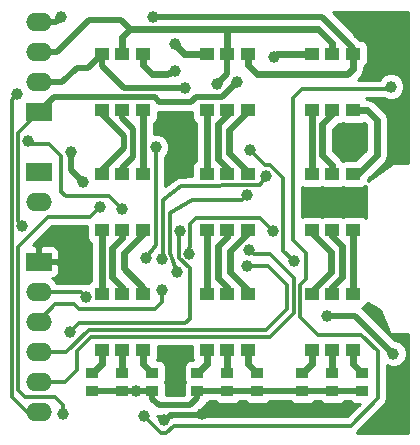
<source format=gtl>
G04 (created by PCBNEW (2013-mar-30)-stable) date Wed 05 Jun 2013 10:13:46 PM CEST*
%MOIN*%
G04 Gerber Fmt 3.4, Leading zero omitted, Abs format*
%FSLAX34Y34*%
G01*
G70*
G90*
G04 APERTURE LIST*
%ADD10C,0.006*%
%ADD11R,0.0394X0.0354*%
%ADD12R,0.0512X0.0413*%
%ADD13R,0.0866X0.06*%
%ADD14O,0.0866X0.06*%
%ADD15C,0.0393701*%
%ADD16C,0.011811*%
%ADD17C,0.019685*%
%ADD18C,0.015748*%
%ADD19C,0.023622*%
%ADD20C,0.01*%
G04 APERTURE END LIST*
G54D10*
G54D11*
X27287Y-31796D03*
X27287Y-31204D03*
X24787Y-31796D03*
X24787Y-31204D03*
X23787Y-31796D03*
X23787Y-31204D03*
X25787Y-31796D03*
X25787Y-31204D03*
X22287Y-31796D03*
X22287Y-31204D03*
X21287Y-31796D03*
X21287Y-31204D03*
X20275Y-31792D03*
X20275Y-31200D03*
X28287Y-31796D03*
X28287Y-31204D03*
X29287Y-31796D03*
X29287Y-31204D03*
G54D12*
X25476Y-20565D03*
X24098Y-20565D03*
X24787Y-20565D03*
X24787Y-22435D03*
X24098Y-22435D03*
X25476Y-22435D03*
X28976Y-20565D03*
X27598Y-20565D03*
X28287Y-20565D03*
X28287Y-22435D03*
X27598Y-22435D03*
X28976Y-22435D03*
X28976Y-24565D03*
X27598Y-24565D03*
X28287Y-24565D03*
X28287Y-26435D03*
X27598Y-26435D03*
X28976Y-26435D03*
X28976Y-28565D03*
X27598Y-28565D03*
X28287Y-28565D03*
X28287Y-30435D03*
X27598Y-30435D03*
X28976Y-30435D03*
X25476Y-28565D03*
X24098Y-28565D03*
X24787Y-28565D03*
X24787Y-30435D03*
X24098Y-30435D03*
X25476Y-30435D03*
X21976Y-20565D03*
X20598Y-20565D03*
X21287Y-20565D03*
X21287Y-22435D03*
X20598Y-22435D03*
X21976Y-22435D03*
X21976Y-24565D03*
X20598Y-24565D03*
X21287Y-24565D03*
X21287Y-26435D03*
X20598Y-26435D03*
X21976Y-26435D03*
X21976Y-28565D03*
X20598Y-28565D03*
X21287Y-28565D03*
X21287Y-30435D03*
X20598Y-30435D03*
X21976Y-30435D03*
X25476Y-24565D03*
X24098Y-24565D03*
X24787Y-24565D03*
X24787Y-26435D03*
X24098Y-26435D03*
X25476Y-26435D03*
G54D13*
X18500Y-24500D03*
G54D14*
X18500Y-25500D03*
G54D13*
X18500Y-22500D03*
G54D14*
X18500Y-21500D03*
X18500Y-20500D03*
X18500Y-19500D03*
G54D13*
X18500Y-27500D03*
G54D14*
X18500Y-28500D03*
X18500Y-29500D03*
X18500Y-30500D03*
X18500Y-31500D03*
X18500Y-32500D03*
G54D15*
X22403Y-23672D03*
X22086Y-27362D03*
X22598Y-28425D03*
X21279Y-25748D03*
X18129Y-23464D03*
X17775Y-21909D03*
X25511Y-27086D03*
X25433Y-27637D03*
X20078Y-28661D03*
X19311Y-32578D03*
X20531Y-25669D03*
X19547Y-29842D03*
X23208Y-26456D03*
X27007Y-27480D03*
X25551Y-23779D03*
X25433Y-25275D03*
X23110Y-27834D03*
X26299Y-26456D03*
X23503Y-27244D03*
X22598Y-27401D03*
X26062Y-24645D03*
X28818Y-23543D03*
X29173Y-23228D03*
X28464Y-23228D03*
X30314Y-30551D03*
X28110Y-29291D03*
X30236Y-21653D03*
X22007Y-32637D03*
X17952Y-26299D03*
X21751Y-31811D03*
X25118Y-21496D03*
X28307Y-25669D03*
X30393Y-32716D03*
X29133Y-19881D03*
X23937Y-32559D03*
X22677Y-32755D03*
X23070Y-31732D03*
X22913Y-30787D03*
X23385Y-24448D03*
X23228Y-23188D03*
X24448Y-21574D03*
X22322Y-19330D03*
X19251Y-19330D03*
X23037Y-21150D03*
X23385Y-21692D03*
X26338Y-20669D03*
X23037Y-20250D03*
X19566Y-23818D03*
X19960Y-24842D03*
G54D16*
X22403Y-26940D02*
X22403Y-23672D01*
X22086Y-27362D02*
X22403Y-26940D01*
X18500Y-29500D02*
X18500Y-29452D01*
X22598Y-28818D02*
X22598Y-28425D01*
X22362Y-29055D02*
X22598Y-28818D01*
X19842Y-29055D02*
X22362Y-29055D01*
X19685Y-28897D02*
X19842Y-29055D01*
X19055Y-28897D02*
X19685Y-28897D01*
X18500Y-29452D02*
X19055Y-28897D01*
X18500Y-32500D02*
X18110Y-32500D01*
X20846Y-25314D02*
X21279Y-25748D01*
X19389Y-25314D02*
X20846Y-25314D01*
X19251Y-25177D02*
X19389Y-25314D01*
X19251Y-23976D02*
X19251Y-25177D01*
X18838Y-23562D02*
X19251Y-23976D01*
X18228Y-23562D02*
X18838Y-23562D01*
X18129Y-23464D02*
X18228Y-23562D01*
X17598Y-22086D02*
X17775Y-21909D01*
X17598Y-31988D02*
X17598Y-22086D01*
X18110Y-32500D02*
X17598Y-31988D01*
X19366Y-31500D02*
X18500Y-31500D01*
X19763Y-31102D02*
X19366Y-31500D01*
X19763Y-30472D02*
X19763Y-31102D01*
X20236Y-30000D02*
X19763Y-30472D01*
X26220Y-30000D02*
X20236Y-30000D01*
X27007Y-29212D02*
X26220Y-30000D01*
X27007Y-28031D02*
X27007Y-29212D01*
X26220Y-27244D02*
X27007Y-28031D01*
X25669Y-27244D02*
X26220Y-27244D01*
X25511Y-27086D02*
X25669Y-27244D01*
X18500Y-30500D02*
X19421Y-30500D01*
X26141Y-27637D02*
X25433Y-27637D01*
X26771Y-28267D02*
X26141Y-27637D01*
X26771Y-29055D02*
X26771Y-28267D01*
X26062Y-29763D02*
X26771Y-29055D01*
X20157Y-29763D02*
X26062Y-29763D01*
X19421Y-30500D02*
X20157Y-29763D01*
X18500Y-28500D02*
X19917Y-28500D01*
X19917Y-28500D02*
X20078Y-28661D01*
X19311Y-32263D02*
X19311Y-32578D01*
X19055Y-32007D02*
X19311Y-32263D01*
X18031Y-32007D02*
X19055Y-32007D01*
X17795Y-31771D02*
X18031Y-32007D01*
X17795Y-27007D02*
X17795Y-31771D01*
X18799Y-26003D02*
X17795Y-27007D01*
X20196Y-26003D02*
X18799Y-26003D01*
X20531Y-25669D02*
X20196Y-26003D01*
X19842Y-29547D02*
X19547Y-29842D01*
X23366Y-29547D02*
X19842Y-29547D01*
X23523Y-29389D02*
X23366Y-29547D01*
X23523Y-27716D02*
X23523Y-29389D01*
X23169Y-27362D02*
X23523Y-27716D01*
X23169Y-26496D02*
X23169Y-27362D01*
X23208Y-26456D02*
X23169Y-26496D01*
X26653Y-27125D02*
X27007Y-27480D01*
X26653Y-24685D02*
X26653Y-27125D01*
X26220Y-24251D02*
X26653Y-24685D01*
X26023Y-24251D02*
X26220Y-24251D01*
X25551Y-23779D02*
X26023Y-24251D01*
X22874Y-25866D02*
X22874Y-27204D01*
X22874Y-27204D02*
X23110Y-27834D01*
X23622Y-25433D02*
X22874Y-25866D01*
X25275Y-25433D02*
X23622Y-25433D01*
X25433Y-25275D02*
X25275Y-25433D01*
X23110Y-27834D02*
X23110Y-27834D01*
X23110Y-27834D02*
X23110Y-27834D01*
X25866Y-26023D02*
X26299Y-26456D01*
X23740Y-26023D02*
X25866Y-26023D01*
X23543Y-26220D02*
X23740Y-26023D01*
X23543Y-26811D02*
X23543Y-26220D01*
X23503Y-27244D02*
X23543Y-26811D01*
X22637Y-27086D02*
X22598Y-27401D01*
X22637Y-25433D02*
X22637Y-27086D01*
X23228Y-24960D02*
X22637Y-25433D01*
X25888Y-24950D02*
X23228Y-24960D01*
X26062Y-24645D02*
X25888Y-24950D01*
X28937Y-23543D02*
X28818Y-23543D01*
X29173Y-23228D02*
X28937Y-23543D01*
X29094Y-23228D02*
X28464Y-23228D01*
G54D17*
X30314Y-30551D02*
X29055Y-29291D01*
X29055Y-29291D02*
X28110Y-29291D01*
G54D16*
X22755Y-33188D02*
X22559Y-33188D01*
X30236Y-21653D02*
X30157Y-21732D01*
X30157Y-21732D02*
X27283Y-21732D01*
X22559Y-33188D02*
X22007Y-32637D01*
X27283Y-21732D02*
X26968Y-22047D01*
X26968Y-22047D02*
X26968Y-26771D01*
X26968Y-26771D02*
X27401Y-27204D01*
X27401Y-27204D02*
X27401Y-28070D01*
X27401Y-28070D02*
X27204Y-28267D01*
X27204Y-28267D02*
X27204Y-29330D01*
X27204Y-29330D02*
X27795Y-29921D01*
X27795Y-29921D02*
X29251Y-29921D01*
X29251Y-29921D02*
X29803Y-30472D01*
X29803Y-30472D02*
X29803Y-32047D01*
X29803Y-32047D02*
X28897Y-32952D01*
X28897Y-32952D02*
X22992Y-32952D01*
X22992Y-32952D02*
X22755Y-33188D01*
X17795Y-23204D02*
X18500Y-22500D01*
X17795Y-26141D02*
X17795Y-23204D01*
X17952Y-26299D02*
X17795Y-26141D01*
X21751Y-31811D02*
X21771Y-31796D01*
X21771Y-31796D02*
X21771Y-31811D01*
X21771Y-31811D02*
X21771Y-31796D01*
G54D17*
X25118Y-21496D02*
X24606Y-22007D01*
X24606Y-22007D02*
X23740Y-22007D01*
X23740Y-22007D02*
X23582Y-22165D01*
X23582Y-22165D02*
X22519Y-22165D01*
X22519Y-22165D02*
X22362Y-22007D01*
X22362Y-22007D02*
X18992Y-22007D01*
X18992Y-22007D02*
X18500Y-22500D01*
X22287Y-31796D02*
X22287Y-32051D01*
X23787Y-32039D02*
X23787Y-31796D01*
X23543Y-32283D02*
X23787Y-32039D01*
X22519Y-32283D02*
X23543Y-32283D01*
X22287Y-32051D02*
X22519Y-32283D01*
X21287Y-31796D02*
X20287Y-31796D01*
X22287Y-31796D02*
X21771Y-31796D01*
X21771Y-31796D02*
X21287Y-31796D01*
X24787Y-31796D02*
X23787Y-31796D01*
X25787Y-31796D02*
X24787Y-31796D01*
X27287Y-31796D02*
X25787Y-31796D01*
X28287Y-31796D02*
X27287Y-31796D01*
X29287Y-31796D02*
X28287Y-31796D01*
G54D16*
X22874Y-32559D02*
X23937Y-32559D01*
X22677Y-32755D02*
X22874Y-32559D01*
G54D17*
X23070Y-30944D02*
X23070Y-31732D01*
X22913Y-30787D02*
X23070Y-30944D01*
G54D18*
X23385Y-23346D02*
X23385Y-24448D01*
X23228Y-23188D02*
X23385Y-23346D01*
G54D17*
X24787Y-21236D02*
X24787Y-20565D01*
X24448Y-21574D02*
X24787Y-21236D01*
G54D19*
X24763Y-19750D02*
X27820Y-19750D01*
X28287Y-20216D02*
X28287Y-20565D01*
X27820Y-19750D02*
X28287Y-20216D01*
G54D17*
X18500Y-20500D02*
X19106Y-20500D01*
X21236Y-19448D02*
X21537Y-19750D01*
X20157Y-19448D02*
X21236Y-19448D01*
X19106Y-20500D02*
X20157Y-19448D01*
G54D19*
X24787Y-19750D02*
X24763Y-19750D01*
X24763Y-19750D02*
X21537Y-19750D01*
X21287Y-20000D02*
X21287Y-20565D01*
X21537Y-19750D02*
X21287Y-20000D01*
X24787Y-19750D02*
X24787Y-20565D01*
G54D17*
X28976Y-20565D02*
X28976Y-20354D01*
X27952Y-19330D02*
X22322Y-19330D01*
X28976Y-20354D02*
X27952Y-19330D01*
X18500Y-19500D02*
X19082Y-19500D01*
X19082Y-19500D02*
X19251Y-19330D01*
G54D19*
X25476Y-20565D02*
X25476Y-20939D01*
X28976Y-21061D02*
X28976Y-20565D01*
X28787Y-21250D02*
X28976Y-21061D01*
X25787Y-21250D02*
X28787Y-21250D01*
X25476Y-20939D02*
X25787Y-21250D01*
X21976Y-20939D02*
X21976Y-20565D01*
X23037Y-21150D02*
X22787Y-21250D01*
X22787Y-21250D02*
X22287Y-21250D01*
X22287Y-21250D02*
X21976Y-20939D01*
X28976Y-28565D02*
X28976Y-26435D01*
X27598Y-28565D02*
X27598Y-28464D01*
X27598Y-26535D02*
X27598Y-26435D01*
X28228Y-27165D02*
X27598Y-26535D01*
X28228Y-27834D02*
X28228Y-27165D01*
X27598Y-28464D02*
X28228Y-27834D01*
X28287Y-26435D02*
X28287Y-26633D01*
X28287Y-28326D02*
X28287Y-28565D01*
X28622Y-27992D02*
X28287Y-28326D01*
X28622Y-26968D02*
X28622Y-27992D01*
X28287Y-26633D02*
X28622Y-26968D01*
X28976Y-30435D02*
X28976Y-30893D01*
X28976Y-30893D02*
X29287Y-31204D01*
X27598Y-30435D02*
X27598Y-30893D01*
X27598Y-30893D02*
X27287Y-31204D01*
X28287Y-30435D02*
X28287Y-31204D01*
X25476Y-30435D02*
X25476Y-30893D01*
X25476Y-30893D02*
X25787Y-31204D01*
X24787Y-30435D02*
X24787Y-31204D01*
X24098Y-30435D02*
X24098Y-30893D01*
X24098Y-30893D02*
X23787Y-31204D01*
X28976Y-22435D02*
X29442Y-22435D01*
X29135Y-24565D02*
X28976Y-24565D01*
X29763Y-23937D02*
X29135Y-24565D01*
X29763Y-22755D02*
X29763Y-23937D01*
X29442Y-22435D02*
X29763Y-22755D01*
X25476Y-22435D02*
X25476Y-22476D01*
X25476Y-24492D02*
X25476Y-24565D01*
X24842Y-23858D02*
X25476Y-24492D01*
X24842Y-23110D02*
X24842Y-23858D01*
X25476Y-22476D02*
X24842Y-23110D01*
X24098Y-22435D02*
X24098Y-24565D01*
G54D17*
X20598Y-20565D02*
X20598Y-20952D01*
X21338Y-21692D02*
X23385Y-21692D01*
X20598Y-20952D02*
X21338Y-21692D01*
G54D19*
X27598Y-20565D02*
X26442Y-20565D01*
X26442Y-20565D02*
X26338Y-20669D01*
X24098Y-20565D02*
X23352Y-20565D01*
X23037Y-20250D02*
X23352Y-20565D01*
G54D17*
X18500Y-21500D02*
X19287Y-21500D01*
X20139Y-21023D02*
X20598Y-20565D01*
X19763Y-21023D02*
X20139Y-21023D01*
X19287Y-21500D02*
X19763Y-21023D01*
G54D19*
X24787Y-22435D02*
X24787Y-22614D01*
X24787Y-24354D02*
X24787Y-24565D01*
X24488Y-24055D02*
X24787Y-24354D01*
X24488Y-22913D02*
X24488Y-24055D01*
X24787Y-22614D02*
X24488Y-22913D01*
X25476Y-26435D02*
X25476Y-26531D01*
X25476Y-28429D02*
X25476Y-28565D01*
X24881Y-27834D02*
X25476Y-28429D01*
X24881Y-27125D02*
X24881Y-27834D01*
X25476Y-26531D02*
X24881Y-27125D01*
X24098Y-26435D02*
X24098Y-28565D01*
X24787Y-26435D02*
X24787Y-26669D01*
X24787Y-28330D02*
X24787Y-28565D01*
X24488Y-28031D02*
X24787Y-28330D01*
X24488Y-26968D02*
X24488Y-28031D01*
X24787Y-26669D02*
X24488Y-26968D01*
X27598Y-22435D02*
X27598Y-24565D01*
X28287Y-22435D02*
X28287Y-22578D01*
X28287Y-24271D02*
X28287Y-24565D01*
X27952Y-23937D02*
X28287Y-24271D01*
X27952Y-22913D02*
X27952Y-23937D01*
X28287Y-22578D02*
X27952Y-22913D01*
X21976Y-22435D02*
X21976Y-24565D01*
X21976Y-30435D02*
X21976Y-30893D01*
X21976Y-30893D02*
X22287Y-31204D01*
X21287Y-30435D02*
X21287Y-31204D01*
X20598Y-30435D02*
X20598Y-30893D01*
X20598Y-30893D02*
X20287Y-31204D01*
G54D17*
X20598Y-24565D02*
X20598Y-24440D01*
X20598Y-22566D02*
X20598Y-22435D01*
X21338Y-23307D02*
X20598Y-22566D01*
X21338Y-23700D02*
X21338Y-23307D01*
X20598Y-24440D02*
X21338Y-23700D01*
X21287Y-22704D02*
X21287Y-22435D01*
X21653Y-23070D02*
X21287Y-22704D01*
X21653Y-24015D02*
X21653Y-23070D01*
X21287Y-24565D02*
X21287Y-24381D01*
X21287Y-24381D02*
X21653Y-24015D01*
G54D19*
X21976Y-26435D02*
X21976Y-26566D01*
X21976Y-28354D02*
X21976Y-28565D01*
X21338Y-27716D02*
X21976Y-28354D01*
X21338Y-27204D02*
X21338Y-27716D01*
X21976Y-26566D02*
X21338Y-27204D01*
X20598Y-28565D02*
X20598Y-26435D01*
X21287Y-26435D02*
X21287Y-26704D01*
X21287Y-28334D02*
X21287Y-28565D01*
X20944Y-27992D02*
X21287Y-28334D01*
X20944Y-27047D02*
X20944Y-27992D01*
X21287Y-26704D02*
X20944Y-27047D01*
G54D17*
X19566Y-24448D02*
X19566Y-23818D01*
X19960Y-24842D02*
X19566Y-24448D01*
G54D10*
G36*
X20230Y-28134D02*
X20200Y-28146D01*
X20132Y-28214D01*
X20035Y-28214D01*
X20035Y-28214D01*
X20035Y-28214D01*
X19917Y-28190D01*
X19088Y-28190D01*
X19035Y-28111D01*
X18943Y-28049D01*
X18982Y-28049D01*
X19074Y-28011D01*
X19145Y-27941D01*
X19183Y-27849D01*
X19183Y-27150D01*
X19145Y-27058D01*
X19074Y-26988D01*
X18982Y-26950D01*
X18883Y-26949D01*
X18612Y-26950D01*
X18550Y-27012D01*
X18550Y-27450D01*
X19120Y-27450D01*
X19183Y-27387D01*
X19183Y-27150D01*
X19183Y-27849D01*
X19183Y-27612D01*
X19120Y-27550D01*
X18550Y-27550D01*
X18550Y-27557D01*
X18450Y-27557D01*
X18450Y-27550D01*
X18442Y-27550D01*
X18442Y-27450D01*
X18450Y-27450D01*
X18450Y-27012D01*
X18387Y-26950D01*
X18290Y-26949D01*
X18927Y-26312D01*
X20092Y-26312D01*
X20092Y-26691D01*
X20130Y-26782D01*
X20200Y-26853D01*
X20230Y-26865D01*
X20230Y-28134D01*
X20230Y-28134D01*
G37*
G54D20*
X20230Y-28134D02*
X20200Y-28146D01*
X20132Y-28214D01*
X20035Y-28214D01*
X20035Y-28214D01*
X20035Y-28214D01*
X19917Y-28190D01*
X19088Y-28190D01*
X19035Y-28111D01*
X18943Y-28049D01*
X18982Y-28049D01*
X19074Y-28011D01*
X19145Y-27941D01*
X19183Y-27849D01*
X19183Y-27150D01*
X19145Y-27058D01*
X19074Y-26988D01*
X18982Y-26950D01*
X18883Y-26949D01*
X18612Y-26950D01*
X18550Y-27012D01*
X18550Y-27450D01*
X19120Y-27450D01*
X19183Y-27387D01*
X19183Y-27150D01*
X19183Y-27849D01*
X19183Y-27612D01*
X19120Y-27550D01*
X18550Y-27550D01*
X18550Y-27557D01*
X18450Y-27557D01*
X18450Y-27550D01*
X18442Y-27550D01*
X18442Y-27450D01*
X18450Y-27450D01*
X18450Y-27012D01*
X18387Y-26950D01*
X18290Y-26949D01*
X18927Y-26312D01*
X20092Y-26312D01*
X20092Y-26691D01*
X20130Y-26782D01*
X20200Y-26853D01*
X20230Y-26865D01*
X20230Y-28134D01*
G54D10*
G36*
X23627Y-30776D02*
X23540Y-30776D01*
X23448Y-30814D01*
X23378Y-30885D01*
X23340Y-30977D01*
X23340Y-31076D01*
X23340Y-31430D01*
X23369Y-31500D01*
X23340Y-31569D01*
X23340Y-31668D01*
X23340Y-31935D01*
X22734Y-31935D01*
X22734Y-31923D01*
X22734Y-31569D01*
X22705Y-31499D01*
X22734Y-31430D01*
X22734Y-31331D01*
X22734Y-30977D01*
X22696Y-30885D01*
X22626Y-30815D01*
X22534Y-30777D01*
X22446Y-30776D01*
X22482Y-30691D01*
X22482Y-30591D01*
X22482Y-30309D01*
X23592Y-30309D01*
X23592Y-30691D01*
X23627Y-30776D01*
X23627Y-30776D01*
G37*
G54D20*
X23627Y-30776D02*
X23540Y-30776D01*
X23448Y-30814D01*
X23378Y-30885D01*
X23340Y-30977D01*
X23340Y-31076D01*
X23340Y-31430D01*
X23369Y-31500D01*
X23340Y-31569D01*
X23340Y-31668D01*
X23340Y-31935D01*
X22734Y-31935D01*
X22734Y-31923D01*
X22734Y-31569D01*
X22705Y-31499D01*
X22734Y-31430D01*
X22734Y-31331D01*
X22734Y-30977D01*
X22696Y-30885D01*
X22626Y-30815D01*
X22534Y-30777D01*
X22446Y-30776D01*
X22482Y-30691D01*
X22482Y-30591D01*
X22482Y-30309D01*
X23592Y-30309D01*
X23592Y-30691D01*
X23627Y-30776D01*
G54D10*
G36*
X23730Y-24134D02*
X23700Y-24146D01*
X23630Y-24216D01*
X23592Y-24308D01*
X23592Y-24408D01*
X23592Y-24650D01*
X23227Y-24651D01*
X23188Y-24659D01*
X23141Y-24663D01*
X23124Y-24672D01*
X23109Y-24675D01*
X23077Y-24697D01*
X23034Y-24719D01*
X22712Y-24977D01*
X22712Y-23995D01*
X22781Y-23925D01*
X22849Y-23761D01*
X22850Y-23583D01*
X22782Y-23419D01*
X22656Y-23293D01*
X22492Y-23225D01*
X22344Y-23225D01*
X22344Y-22865D01*
X22373Y-22853D01*
X22444Y-22783D01*
X22482Y-22691D01*
X22482Y-22591D01*
X22482Y-22506D01*
X22519Y-22513D01*
X23582Y-22513D01*
X23582Y-22513D01*
X23582Y-22513D01*
X23592Y-22511D01*
X23592Y-22691D01*
X23630Y-22782D01*
X23700Y-22853D01*
X23730Y-22865D01*
X23730Y-24134D01*
X23730Y-24134D01*
G37*
G54D20*
X23730Y-24134D02*
X23700Y-24146D01*
X23630Y-24216D01*
X23592Y-24308D01*
X23592Y-24408D01*
X23592Y-24650D01*
X23227Y-24651D01*
X23188Y-24659D01*
X23141Y-24663D01*
X23124Y-24672D01*
X23109Y-24675D01*
X23077Y-24697D01*
X23034Y-24719D01*
X22712Y-24977D01*
X22712Y-23995D01*
X22781Y-23925D01*
X22849Y-23761D01*
X22850Y-23583D01*
X22782Y-23419D01*
X22656Y-23293D01*
X22492Y-23225D01*
X22344Y-23225D01*
X22344Y-22865D01*
X22373Y-22853D01*
X22444Y-22783D01*
X22482Y-22691D01*
X22482Y-22591D01*
X22482Y-22506D01*
X22519Y-22513D01*
X23582Y-22513D01*
X23582Y-22513D01*
X23582Y-22513D01*
X23592Y-22511D01*
X23592Y-22691D01*
X23630Y-22782D01*
X23700Y-22853D01*
X23730Y-22865D01*
X23730Y-24134D01*
G54D10*
G36*
X29190Y-32223D02*
X28769Y-32643D01*
X22992Y-32643D01*
X22873Y-32667D01*
X22773Y-32734D01*
X22657Y-32850D01*
X22454Y-32647D01*
X22454Y-32618D01*
X22519Y-32631D01*
X22519Y-32631D01*
X22519Y-32631D01*
X23543Y-32631D01*
X23543Y-32631D01*
X23543Y-32631D01*
X23654Y-32609D01*
X23676Y-32605D01*
X23676Y-32605D01*
X23789Y-32529D01*
X24033Y-32285D01*
X24033Y-32285D01*
X24033Y-32285D01*
X24091Y-32199D01*
X24091Y-32199D01*
X24125Y-32185D01*
X24166Y-32144D01*
X24408Y-32144D01*
X24448Y-32184D01*
X24540Y-32222D01*
X24639Y-32223D01*
X25033Y-32223D01*
X25125Y-32185D01*
X25166Y-32144D01*
X25408Y-32144D01*
X25448Y-32184D01*
X25540Y-32222D01*
X25639Y-32223D01*
X26033Y-32223D01*
X26125Y-32185D01*
X26166Y-32144D01*
X26908Y-32144D01*
X26948Y-32184D01*
X27040Y-32222D01*
X27139Y-32223D01*
X27533Y-32223D01*
X27625Y-32185D01*
X27666Y-32144D01*
X27908Y-32144D01*
X27948Y-32184D01*
X28040Y-32222D01*
X28139Y-32223D01*
X28533Y-32223D01*
X28625Y-32185D01*
X28666Y-32144D01*
X28908Y-32144D01*
X28948Y-32184D01*
X29040Y-32222D01*
X29139Y-32223D01*
X29190Y-32223D01*
X29190Y-32223D01*
G37*
G54D20*
X29190Y-32223D02*
X28769Y-32643D01*
X22992Y-32643D01*
X22873Y-32667D01*
X22773Y-32734D01*
X22657Y-32850D01*
X22454Y-32647D01*
X22454Y-32618D01*
X22519Y-32631D01*
X22519Y-32631D01*
X22519Y-32631D01*
X23543Y-32631D01*
X23543Y-32631D01*
X23543Y-32631D01*
X23654Y-32609D01*
X23676Y-32605D01*
X23676Y-32605D01*
X23789Y-32529D01*
X24033Y-32285D01*
X24033Y-32285D01*
X24033Y-32285D01*
X24091Y-32199D01*
X24091Y-32199D01*
X24125Y-32185D01*
X24166Y-32144D01*
X24408Y-32144D01*
X24448Y-32184D01*
X24540Y-32222D01*
X24639Y-32223D01*
X25033Y-32223D01*
X25125Y-32185D01*
X25166Y-32144D01*
X25408Y-32144D01*
X25448Y-32184D01*
X25540Y-32222D01*
X25639Y-32223D01*
X26033Y-32223D01*
X26125Y-32185D01*
X26166Y-32144D01*
X26908Y-32144D01*
X26948Y-32184D01*
X27040Y-32222D01*
X27139Y-32223D01*
X27533Y-32223D01*
X27625Y-32185D01*
X27666Y-32144D01*
X27908Y-32144D01*
X27948Y-32184D01*
X28040Y-32222D01*
X28139Y-32223D01*
X28533Y-32223D01*
X28625Y-32185D01*
X28666Y-32144D01*
X28908Y-32144D01*
X28948Y-32184D01*
X29040Y-32222D01*
X29139Y-32223D01*
X29190Y-32223D01*
G54D10*
G36*
X29398Y-26041D02*
X29374Y-26016D01*
X29282Y-25978D01*
X29182Y-25978D01*
X28670Y-25978D01*
X28631Y-25994D01*
X28593Y-25978D01*
X28493Y-25978D01*
X27981Y-25978D01*
X27942Y-25994D01*
X27904Y-25978D01*
X27804Y-25978D01*
X27292Y-25978D01*
X27277Y-25984D01*
X27277Y-25015D01*
X27292Y-25021D01*
X27391Y-25021D01*
X27903Y-25021D01*
X27942Y-25005D01*
X27981Y-25021D01*
X28080Y-25021D01*
X28592Y-25021D01*
X28631Y-25005D01*
X28670Y-25021D01*
X28769Y-25021D01*
X29281Y-25021D01*
X29373Y-24983D01*
X29398Y-24958D01*
X29398Y-26041D01*
X29398Y-26041D01*
G37*
G54D20*
X29398Y-26041D02*
X29374Y-26016D01*
X29282Y-25978D01*
X29182Y-25978D01*
X28670Y-25978D01*
X28631Y-25994D01*
X28593Y-25978D01*
X28493Y-25978D01*
X27981Y-25978D01*
X27942Y-25994D01*
X27904Y-25978D01*
X27804Y-25978D01*
X27292Y-25978D01*
X27277Y-25984D01*
X27277Y-25015D01*
X27292Y-25021D01*
X27391Y-25021D01*
X27903Y-25021D01*
X27942Y-25005D01*
X27981Y-25021D01*
X28080Y-25021D01*
X28592Y-25021D01*
X28631Y-25005D01*
X28670Y-25021D01*
X28769Y-25021D01*
X29281Y-25021D01*
X29373Y-24983D01*
X29398Y-24958D01*
X29398Y-26041D01*
G54D10*
G36*
X30822Y-24201D02*
X30298Y-24201D01*
X29482Y-24795D01*
X29482Y-24738D01*
X30024Y-24197D01*
X30103Y-24077D01*
X30131Y-23937D01*
X30131Y-22755D01*
X30103Y-22615D01*
X30024Y-22495D01*
X29703Y-22174D01*
X29583Y-22094D01*
X29442Y-22066D01*
X29424Y-22066D01*
X29398Y-22041D01*
X30004Y-22041D01*
X30146Y-22100D01*
X30324Y-22100D01*
X30489Y-22032D01*
X30614Y-21906D01*
X30682Y-21742D01*
X30683Y-21565D01*
X30615Y-21400D01*
X30489Y-21274D01*
X30325Y-21206D01*
X30147Y-21206D01*
X29983Y-21274D01*
X29857Y-21400D01*
X29848Y-21423D01*
X29134Y-21423D01*
X29236Y-21321D01*
X29316Y-21201D01*
X29344Y-21061D01*
X29344Y-20995D01*
X29373Y-20983D01*
X29444Y-20913D01*
X29482Y-20821D01*
X29482Y-20721D01*
X29482Y-20308D01*
X29444Y-20217D01*
X29374Y-20146D01*
X29282Y-20108D01*
X29223Y-20108D01*
X29223Y-20108D01*
X29222Y-20107D01*
X29222Y-20107D01*
X28291Y-19177D01*
X30822Y-19177D01*
X30822Y-24201D01*
X30822Y-24201D01*
G37*
G54D20*
X30822Y-24201D02*
X30298Y-24201D01*
X29482Y-24795D01*
X29482Y-24738D01*
X30024Y-24197D01*
X30103Y-24077D01*
X30131Y-23937D01*
X30131Y-22755D01*
X30103Y-22615D01*
X30024Y-22495D01*
X29703Y-22174D01*
X29583Y-22094D01*
X29442Y-22066D01*
X29424Y-22066D01*
X29398Y-22041D01*
X30004Y-22041D01*
X30146Y-22100D01*
X30324Y-22100D01*
X30489Y-22032D01*
X30614Y-21906D01*
X30682Y-21742D01*
X30683Y-21565D01*
X30615Y-21400D01*
X30489Y-21274D01*
X30325Y-21206D01*
X30147Y-21206D01*
X29983Y-21274D01*
X29857Y-21400D01*
X29848Y-21423D01*
X29134Y-21423D01*
X29236Y-21321D01*
X29316Y-21201D01*
X29344Y-21061D01*
X29344Y-20995D01*
X29373Y-20983D01*
X29444Y-20913D01*
X29482Y-20821D01*
X29482Y-20721D01*
X29482Y-20308D01*
X29444Y-20217D01*
X29374Y-20146D01*
X29282Y-20108D01*
X29223Y-20108D01*
X29223Y-20108D01*
X29222Y-20107D01*
X29222Y-20107D01*
X28291Y-19177D01*
X30822Y-19177D01*
X30822Y-24201D01*
G54D10*
G36*
X30822Y-33185D02*
X29095Y-33185D01*
X29116Y-33171D01*
X30021Y-32265D01*
X30088Y-32165D01*
X30088Y-32165D01*
X30112Y-32047D01*
X30112Y-30950D01*
X30225Y-30997D01*
X30403Y-30998D01*
X30567Y-30930D01*
X30693Y-30804D01*
X30761Y-30640D01*
X30761Y-30462D01*
X30694Y-30298D01*
X30568Y-30172D01*
X30404Y-30104D01*
X30360Y-30104D01*
X29301Y-29044D01*
X29266Y-29021D01*
X29281Y-29021D01*
X29373Y-28983D01*
X29444Y-28913D01*
X29458Y-28879D01*
X29881Y-29091D01*
X30202Y-29892D01*
X30822Y-29892D01*
X30822Y-33185D01*
X30822Y-33185D01*
G37*
G54D20*
X30822Y-33185D02*
X29095Y-33185D01*
X29116Y-33171D01*
X30021Y-32265D01*
X30088Y-32165D01*
X30088Y-32165D01*
X30112Y-32047D01*
X30112Y-30950D01*
X30225Y-30997D01*
X30403Y-30998D01*
X30567Y-30930D01*
X30693Y-30804D01*
X30761Y-30640D01*
X30761Y-30462D01*
X30694Y-30298D01*
X30568Y-30172D01*
X30404Y-30104D01*
X30360Y-30104D01*
X29301Y-29044D01*
X29266Y-29021D01*
X29281Y-29021D01*
X29373Y-28983D01*
X29444Y-28913D01*
X29458Y-28879D01*
X29881Y-29091D01*
X30202Y-29892D01*
X30822Y-29892D01*
X30822Y-33185D01*
G54D10*
G36*
X29395Y-23761D02*
X29049Y-24108D01*
X28670Y-24108D01*
X28635Y-24123D01*
X28628Y-24123D01*
X28620Y-24119D01*
X28547Y-24011D01*
X28547Y-24011D01*
X28320Y-23784D01*
X28320Y-23065D01*
X28495Y-22891D01*
X28592Y-22891D01*
X28631Y-22875D01*
X28670Y-22891D01*
X28769Y-22891D01*
X29281Y-22891D01*
X29350Y-22863D01*
X29395Y-22908D01*
X29395Y-23761D01*
X29395Y-23761D01*
G37*
G54D20*
X29395Y-23761D02*
X29049Y-24108D01*
X28670Y-24108D01*
X28635Y-24123D01*
X28628Y-24123D01*
X28620Y-24119D01*
X28547Y-24011D01*
X28547Y-24011D01*
X28320Y-23784D01*
X28320Y-23065D01*
X28495Y-22891D01*
X28592Y-22891D01*
X28631Y-22875D01*
X28670Y-22891D01*
X28769Y-22891D01*
X29281Y-22891D01*
X29350Y-22863D01*
X29395Y-22908D01*
X29395Y-23761D01*
M02*

</source>
